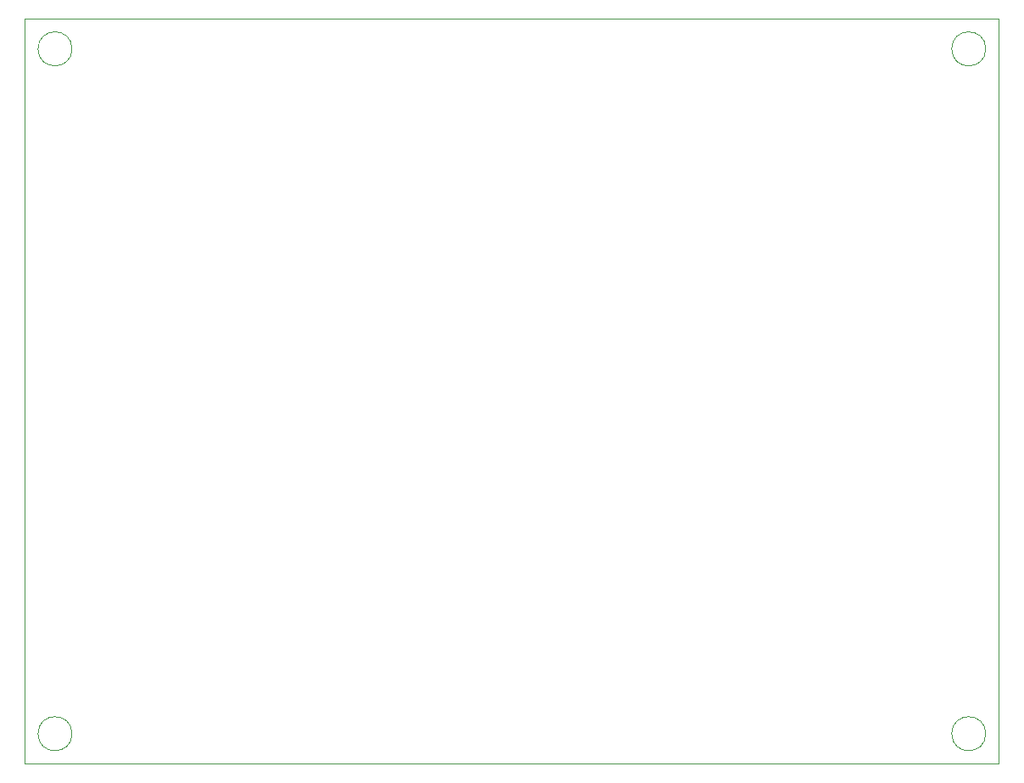
<source format=gbr>
G04 (created by PCBNEW (2013-07-07 BZR 4022)-stable) date 4/28/2015 11:34:22 PM*
%MOIN*%
G04 Gerber Fmt 3.4, Leading zero omitted, Abs format*
%FSLAX34Y34*%
G01*
G70*
G90*
G04 APERTURE LIST*
%ADD10C,0.00590551*%
%ADD11C,0.00393701*%
G04 APERTURE END LIST*
G54D10*
G54D11*
X50485Y-34870D02*
G75*
G03X50485Y-34870I-670J0D01*
G74*
G01*
X14555Y-34870D02*
G75*
G03X14555Y-34870I-670J0D01*
G74*
G01*
X50485Y-7930D02*
G75*
G03X50485Y-7930I-670J0D01*
G74*
G01*
X14555Y-7930D02*
G75*
G03X14555Y-7930I-670J0D01*
G74*
G01*
X51000Y-36055D02*
X51000Y-34875D01*
X12700Y-36055D02*
X51000Y-36055D01*
X12700Y-34875D02*
X12700Y-36055D01*
X51000Y-6745D02*
X51000Y-7925D01*
X12700Y-6745D02*
X51000Y-6745D01*
X12700Y-7925D02*
X12700Y-6745D01*
X51000Y-7925D02*
X51000Y-9400D01*
X12700Y-9400D02*
X12700Y-7925D01*
X51000Y-34875D02*
X51000Y-33400D01*
X12700Y-33400D02*
X12700Y-34875D01*
X51000Y-9400D02*
X51000Y-33400D01*
X12700Y-33400D02*
X12700Y-9400D01*
M02*

</source>
